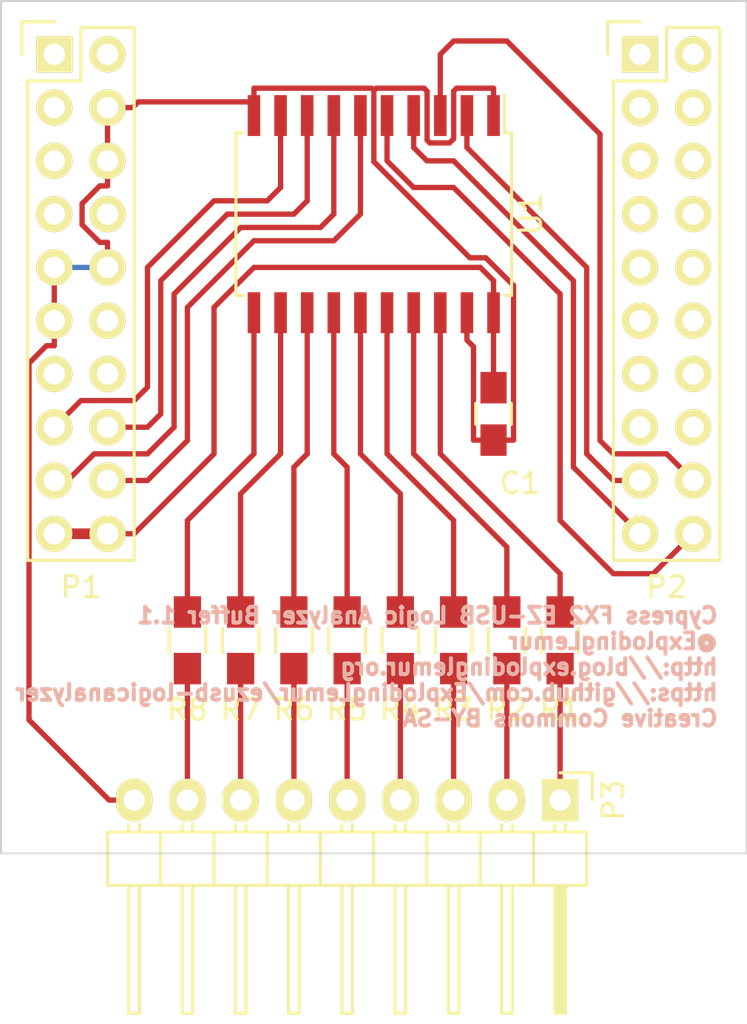
<source format=kicad_pcb>
(kicad_pcb (version 20171130) (host pcbnew "(5.1.12)-1")

  (general
    (thickness 1.6)
    (drawings 5)
    (tracks 152)
    (zones 0)
    (modules 13)
    (nets 52)
  )

  (page A4)
  (layers
    (0 F.Cu signal)
    (31 B.Cu signal)
    (36 B.SilkS user)
    (37 F.SilkS user)
    (38 B.Mask user)
    (39 F.Mask user)
    (44 Edge.Cuts user)
    (45 Margin user)
  )

  (setup
    (last_trace_width 0.254)
    (user_trace_width 0.254)
    (user_trace_width 0.3048)
    (user_trace_width 0.3556)
    (user_trace_width 0.4064)
    (user_trace_width 0.4572)
    (user_trace_width 0.508)
    (user_trace_width 0.635)
    (user_trace_width 0.762)
    (user_trace_width 0.889)
    (user_trace_width 1.016)
    (trace_clearance 0.2032)
    (zone_clearance 0.508)
    (zone_45_only no)
    (trace_min 0.254)
    (via_size 0.635)
    (via_drill 0.3302)
    (via_min_size 0.635)
    (via_min_drill 0.3302)
    (user_via 0.635 0.3302)
    (user_via 0.762 0.4572)
    (uvia_size 0.508)
    (uvia_drill 0.127)
    (uvias_allowed no)
    (uvia_min_size 0.508)
    (uvia_min_drill 0.127)
    (edge_width 0.1)
    (segment_width 0.2)
    (pcb_text_width 0.3)
    (pcb_text_size 1.5 1.5)
    (mod_edge_width 0.15)
    (mod_text_size 1 1)
    (mod_text_width 0.15)
    (pad_size 1.5 1.5)
    (pad_drill 0.6)
    (pad_to_mask_clearance 0)
    (aux_axis_origin 134.62 128.27)
    (visible_elements 7FFFFFFF)
    (pcbplotparams
      (layerselection 0x010f0_80000001)
      (usegerberextensions true)
      (usegerberattributes true)
      (usegerberadvancedattributes true)
      (creategerberjobfile true)
      (excludeedgelayer true)
      (linewidth 0.100000)
      (plotframeref false)
      (viasonmask false)
      (mode 1)
      (useauxorigin false)
      (hpglpennumber 1)
      (hpglpenspeed 20)
      (hpglpendiameter 15.000000)
      (psnegative false)
      (psa4output false)
      (plotreference true)
      (plotvalue true)
      (plotinvisibletext false)
      (padsonsilk false)
      (subtractmaskfromsilk false)
      (outputformat 1)
      (mirror false)
      (drillshape 0)
      (scaleselection 1)
      (outputdirectory "gerb/"))
  )

  (net 0 "")
  (net 1 "Net-(P1-Pad1)")
  (net 2 "Net-(P1-Pad2)")
  (net 3 "Net-(P1-Pad3)")
  (net 4 GND)
  (net 5 "Net-(P1-Pad5)")
  (net 6 "Net-(P1-Pad7)")
  (net 7 "Net-(P1-Pad8)")
  (net 8 "Net-(P1-Pad12)")
  (net 9 "Net-(P1-Pad13)")
  (net 10 "Net-(P1-Pad14)")
  (net 11 /PB0)
  (net 12 /PB1)
  (net 13 /PB2)
  (net 14 /PB3)
  (net 15 VCC)
  (net 16 "Net-(P2-Pad1)")
  (net 17 "Net-(P2-Pad2)")
  (net 18 "Net-(P2-Pad3)")
  (net 19 "Net-(P2-Pad4)")
  (net 20 "Net-(P2-Pad5)")
  (net 21 "Net-(P2-Pad6)")
  (net 22 "Net-(P2-Pad7)")
  (net 23 "Net-(P2-Pad8)")
  (net 24 "Net-(P2-Pad9)")
  (net 25 "Net-(P2-Pad10)")
  (net 26 "Net-(P2-Pad11)")
  (net 27 "Net-(P2-Pad12)")
  (net 28 "Net-(P2-Pad13)")
  (net 29 "Net-(P2-Pad14)")
  (net 30 "Net-(P2-Pad15)")
  (net 31 "Net-(P2-Pad16)")
  (net 32 /PB7)
  (net 33 /PB6)
  (net 34 /PB5)
  (net 35 /PB4)
  (net 36 "Net-(P3-Pad1)")
  (net 37 "Net-(P3-Pad2)")
  (net 38 "Net-(P3-Pad3)")
  (net 39 "Net-(P3-Pad4)")
  (net 40 "Net-(P3-Pad5)")
  (net 41 "Net-(P3-Pad6)")
  (net 42 "Net-(P3-Pad7)")
  (net 43 "Net-(P3-Pad8)")
  (net 44 "Net-(R1-Pad1)")
  (net 45 "Net-(R2-Pad1)")
  (net 46 "Net-(R3-Pad1)")
  (net 47 "Net-(R4-Pad1)")
  (net 48 "Net-(R5-Pad1)")
  (net 49 "Net-(R6-Pad1)")
  (net 50 "Net-(R7-Pad1)")
  (net 51 "Net-(R8-Pad1)")

  (net_class Default "This is the default net class."
    (clearance 0.2032)
    (trace_width 0.254)
    (via_dia 0.635)
    (via_drill 0.3302)
    (uvia_dia 0.508)
    (uvia_drill 0.127)
    (add_net /PB0)
    (add_net /PB1)
    (add_net /PB2)
    (add_net /PB3)
    (add_net /PB4)
    (add_net /PB5)
    (add_net /PB6)
    (add_net /PB7)
    (add_net GND)
    (add_net "Net-(P1-Pad1)")
    (add_net "Net-(P1-Pad12)")
    (add_net "Net-(P1-Pad13)")
    (add_net "Net-(P1-Pad14)")
    (add_net "Net-(P1-Pad2)")
    (add_net "Net-(P1-Pad3)")
    (add_net "Net-(P1-Pad5)")
    (add_net "Net-(P1-Pad7)")
    (add_net "Net-(P1-Pad8)")
    (add_net "Net-(P2-Pad1)")
    (add_net "Net-(P2-Pad10)")
    (add_net "Net-(P2-Pad11)")
    (add_net "Net-(P2-Pad12)")
    (add_net "Net-(P2-Pad13)")
    (add_net "Net-(P2-Pad14)")
    (add_net "Net-(P2-Pad15)")
    (add_net "Net-(P2-Pad16)")
    (add_net "Net-(P2-Pad2)")
    (add_net "Net-(P2-Pad3)")
    (add_net "Net-(P2-Pad4)")
    (add_net "Net-(P2-Pad5)")
    (add_net "Net-(P2-Pad6)")
    (add_net "Net-(P2-Pad7)")
    (add_net "Net-(P2-Pad8)")
    (add_net "Net-(P2-Pad9)")
    (add_net "Net-(P3-Pad1)")
    (add_net "Net-(P3-Pad2)")
    (add_net "Net-(P3-Pad3)")
    (add_net "Net-(P3-Pad4)")
    (add_net "Net-(P3-Pad5)")
    (add_net "Net-(P3-Pad6)")
    (add_net "Net-(P3-Pad7)")
    (add_net "Net-(P3-Pad8)")
    (add_net "Net-(R1-Pad1)")
    (add_net "Net-(R2-Pad1)")
    (add_net "Net-(R3-Pad1)")
    (add_net "Net-(R4-Pad1)")
    (add_net "Net-(R5-Pad1)")
    (add_net "Net-(R6-Pad1)")
    (add_net "Net-(R7-Pad1)")
    (add_net "Net-(R8-Pad1)")
    (add_net VCC)
  )

  (module Pin_Headers:Pin_Header_Straight_2x10 (layer F.Cu) (tedit 55725994) (tstamp 553464AD)
    (at 137.16 90.17)
    (descr "Through hole pin header")
    (tags "pin header")
    (path /551F8B16)
    (fp_text reference P1 (at 1.27 25.4) (layer F.SilkS)
      (effects (font (size 1 1) (thickness 0.15)))
    )
    (fp_text value CONN_02X10 (at 0 -3.1) (layer F.Fab) hide
      (effects (font (size 1 1) (thickness 0.15)))
    )
    (fp_line (start -1.55 -1.55) (end -1.55 0) (layer F.SilkS) (width 0.15))
    (fp_line (start 1.27 1.27) (end -1.27 1.27) (layer F.SilkS) (width 0.15))
    (fp_line (start 1.27 -1.27) (end 1.27 1.27) (layer F.SilkS) (width 0.15))
    (fp_line (start 0 -1.55) (end -1.55 -1.55) (layer F.SilkS) (width 0.15))
    (fp_line (start 3.81 -1.27) (end 1.27 -1.27) (layer F.SilkS) (width 0.15))
    (fp_line (start 3.81 24.13) (end -1.27 24.13) (layer F.SilkS) (width 0.15))
    (fp_line (start -1.27 1.27) (end -1.27 24.13) (layer F.SilkS) (width 0.15))
    (fp_line (start 3.81 24.13) (end 3.81 -1.27) (layer F.SilkS) (width 0.15))
    (fp_line (start -1.75 24.65) (end 4.3 24.65) (layer F.CrtYd) (width 0.05))
    (fp_line (start -1.75 -1.75) (end 4.3 -1.75) (layer F.CrtYd) (width 0.05))
    (fp_line (start 4.3 -1.75) (end 4.3 24.65) (layer F.CrtYd) (width 0.05))
    (fp_line (start -1.75 -1.75) (end -1.75 24.65) (layer F.CrtYd) (width 0.05))
    (pad 1 thru_hole rect (at 0 0) (size 1.7272 1.7272) (drill 1.016) (layers *.Cu *.Mask F.SilkS)
      (net 1 "Net-(P1-Pad1)"))
    (pad 2 thru_hole oval (at 2.54 0) (size 1.7272 1.7272) (drill 1.016) (layers *.Cu *.Mask F.SilkS)
      (net 2 "Net-(P1-Pad2)"))
    (pad 3 thru_hole oval (at 0 2.54) (size 1.7272 1.7272) (drill 1.016) (layers *.Cu *.Mask F.SilkS)
      (net 3 "Net-(P1-Pad3)"))
    (pad 4 thru_hole oval (at 2.54 2.54) (size 1.7272 1.7272) (drill 1.016) (layers *.Cu *.Mask F.SilkS)
      (net 4 GND))
    (pad 5 thru_hole oval (at 0 5.08) (size 1.7272 1.7272) (drill 1.016) (layers *.Cu *.Mask F.SilkS)
      (net 5 "Net-(P1-Pad5)"))
    (pad 6 thru_hole oval (at 2.54 5.08) (size 1.7272 1.7272) (drill 1.016) (layers *.Cu *.Mask F.SilkS)
      (net 4 GND))
    (pad 7 thru_hole oval (at 0 7.62) (size 1.7272 1.7272) (drill 1.016) (layers *.Cu *.Mask F.SilkS)
      (net 6 "Net-(P1-Pad7)"))
    (pad 8 thru_hole oval (at 2.54 7.62) (size 1.7272 1.7272) (drill 1.016) (layers *.Cu *.Mask F.SilkS)
      (net 7 "Net-(P1-Pad8)"))
    (pad 9 thru_hole oval (at 0 10.16) (size 1.7272 1.7272) (drill 1.016) (layers *.Cu *.Mask F.SilkS)
      (net 4 GND))
    (pad 10 thru_hole oval (at 2.54 10.16) (size 1.7272 1.7272) (drill 1.016) (layers *.Cu *.Mask F.SilkS)
      (net 4 GND))
    (pad 11 thru_hole oval (at 0 12.7) (size 1.7272 1.7272) (drill 1.016) (layers *.Cu *.Mask F.SilkS)
      (net 4 GND))
    (pad 12 thru_hole oval (at 2.54 12.7) (size 1.7272 1.7272) (drill 1.016) (layers *.Cu *.Mask F.SilkS)
      (net 8 "Net-(P1-Pad12)"))
    (pad 13 thru_hole oval (at 0 15.24) (size 1.7272 1.7272) (drill 1.016) (layers *.Cu *.Mask F.SilkS)
      (net 9 "Net-(P1-Pad13)"))
    (pad 14 thru_hole oval (at 2.54 15.24) (size 1.7272 1.7272) (drill 1.016) (layers *.Cu *.Mask F.SilkS)
      (net 10 "Net-(P1-Pad14)"))
    (pad 15 thru_hole oval (at 0 17.78) (size 1.7272 1.7272) (drill 1.016) (layers *.Cu *.Mask F.SilkS)
      (net 11 /PB0))
    (pad 16 thru_hole oval (at 2.54 17.78) (size 1.7272 1.7272) (drill 1.016) (layers *.Cu *.Mask F.SilkS)
      (net 12 /PB1))
    (pad 17 thru_hole oval (at 0 20.32) (size 1.7272 1.7272) (drill 1.016) (layers *.Cu *.Mask F.SilkS)
      (net 13 /PB2))
    (pad 18 thru_hole oval (at 2.54 20.32) (size 1.7272 1.7272) (drill 1.016) (layers *.Cu *.Mask F.SilkS)
      (net 14 /PB3))
    (pad 19 thru_hole oval (at 0 22.86) (size 1.7272 1.7272) (drill 1.016) (layers *.Cu *.Mask F.SilkS)
      (net 15 VCC))
    (pad 20 thru_hole oval (at 2.54 22.86) (size 1.7272 1.7272) (drill 1.016) (layers *.Cu *.Mask F.SilkS)
      (net 15 VCC))
    (model Pin_Headers.3dshapes/Pin_Header_Straight_2x10.wrl
      (offset (xyz 1.269999999850988 -11.42999952554703 0))
      (scale (xyz 1 1 1))
      (rotate (xyz 0 0 90))
    )
  )

  (module Pin_Headers:Pin_Header_Straight_2x10 (layer F.Cu) (tedit 55725988) (tstamp 553464D1)
    (at 165.1 90.17)
    (descr "Through hole pin header")
    (tags "pin header")
    (path /551F8BDD)
    (fp_text reference P2 (at 1.27 25.4) (layer F.SilkS)
      (effects (font (size 1 1) (thickness 0.15)))
    )
    (fp_text value CONN_02X10 (at 0 -3.1) (layer F.Fab) hide
      (effects (font (size 1 1) (thickness 0.15)))
    )
    (fp_line (start -1.55 -1.55) (end -1.55 0) (layer F.SilkS) (width 0.15))
    (fp_line (start 1.27 1.27) (end -1.27 1.27) (layer F.SilkS) (width 0.15))
    (fp_line (start 1.27 -1.27) (end 1.27 1.27) (layer F.SilkS) (width 0.15))
    (fp_line (start 0 -1.55) (end -1.55 -1.55) (layer F.SilkS) (width 0.15))
    (fp_line (start 3.81 -1.27) (end 1.27 -1.27) (layer F.SilkS) (width 0.15))
    (fp_line (start 3.81 24.13) (end -1.27 24.13) (layer F.SilkS) (width 0.15))
    (fp_line (start -1.27 1.27) (end -1.27 24.13) (layer F.SilkS) (width 0.15))
    (fp_line (start 3.81 24.13) (end 3.81 -1.27) (layer F.SilkS) (width 0.15))
    (fp_line (start -1.75 24.65) (end 4.3 24.65) (layer F.CrtYd) (width 0.05))
    (fp_line (start -1.75 -1.75) (end 4.3 -1.75) (layer F.CrtYd) (width 0.05))
    (fp_line (start 4.3 -1.75) (end 4.3 24.65) (layer F.CrtYd) (width 0.05))
    (fp_line (start -1.75 -1.75) (end -1.75 24.65) (layer F.CrtYd) (width 0.05))
    (pad 1 thru_hole rect (at 0 0) (size 1.7272 1.7272) (drill 1.016) (layers *.Cu *.Mask F.SilkS)
      (net 16 "Net-(P2-Pad1)"))
    (pad 2 thru_hole oval (at 2.54 0) (size 1.7272 1.7272) (drill 1.016) (layers *.Cu *.Mask F.SilkS)
      (net 17 "Net-(P2-Pad2)"))
    (pad 3 thru_hole oval (at 0 2.54) (size 1.7272 1.7272) (drill 1.016) (layers *.Cu *.Mask F.SilkS)
      (net 18 "Net-(P2-Pad3)"))
    (pad 4 thru_hole oval (at 2.54 2.54) (size 1.7272 1.7272) (drill 1.016) (layers *.Cu *.Mask F.SilkS)
      (net 19 "Net-(P2-Pad4)"))
    (pad 5 thru_hole oval (at 0 5.08) (size 1.7272 1.7272) (drill 1.016) (layers *.Cu *.Mask F.SilkS)
      (net 20 "Net-(P2-Pad5)"))
    (pad 6 thru_hole oval (at 2.54 5.08) (size 1.7272 1.7272) (drill 1.016) (layers *.Cu *.Mask F.SilkS)
      (net 21 "Net-(P2-Pad6)"))
    (pad 7 thru_hole oval (at 0 7.62) (size 1.7272 1.7272) (drill 1.016) (layers *.Cu *.Mask F.SilkS)
      (net 22 "Net-(P2-Pad7)"))
    (pad 8 thru_hole oval (at 2.54 7.62) (size 1.7272 1.7272) (drill 1.016) (layers *.Cu *.Mask F.SilkS)
      (net 23 "Net-(P2-Pad8)"))
    (pad 9 thru_hole oval (at 0 10.16) (size 1.7272 1.7272) (drill 1.016) (layers *.Cu *.Mask F.SilkS)
      (net 24 "Net-(P2-Pad9)"))
    (pad 10 thru_hole oval (at 2.54 10.16) (size 1.7272 1.7272) (drill 1.016) (layers *.Cu *.Mask F.SilkS)
      (net 25 "Net-(P2-Pad10)"))
    (pad 11 thru_hole oval (at 0 12.7) (size 1.7272 1.7272) (drill 1.016) (layers *.Cu *.Mask F.SilkS)
      (net 26 "Net-(P2-Pad11)"))
    (pad 12 thru_hole oval (at 2.54 12.7) (size 1.7272 1.7272) (drill 1.016) (layers *.Cu *.Mask F.SilkS)
      (net 27 "Net-(P2-Pad12)"))
    (pad 13 thru_hole oval (at 0 15.24) (size 1.7272 1.7272) (drill 1.016) (layers *.Cu *.Mask F.SilkS)
      (net 28 "Net-(P2-Pad13)"))
    (pad 14 thru_hole oval (at 2.54 15.24) (size 1.7272 1.7272) (drill 1.016) (layers *.Cu *.Mask F.SilkS)
      (net 29 "Net-(P2-Pad14)"))
    (pad 15 thru_hole oval (at 0 17.78) (size 1.7272 1.7272) (drill 1.016) (layers *.Cu *.Mask F.SilkS)
      (net 30 "Net-(P2-Pad15)"))
    (pad 16 thru_hole oval (at 2.54 17.78) (size 1.7272 1.7272) (drill 1.016) (layers *.Cu *.Mask F.SilkS)
      (net 31 "Net-(P2-Pad16)"))
    (pad 17 thru_hole oval (at 0 20.32) (size 1.7272 1.7272) (drill 1.016) (layers *.Cu *.Mask F.SilkS)
      (net 32 /PB7))
    (pad 18 thru_hole oval (at 2.54 20.32) (size 1.7272 1.7272) (drill 1.016) (layers *.Cu *.Mask F.SilkS)
      (net 33 /PB6))
    (pad 19 thru_hole oval (at 0 22.86) (size 1.7272 1.7272) (drill 1.016) (layers *.Cu *.Mask F.SilkS)
      (net 34 /PB5))
    (pad 20 thru_hole oval (at 2.54 22.86) (size 1.7272 1.7272) (drill 1.016) (layers *.Cu *.Mask F.SilkS)
      (net 35 /PB4))
    (model Pin_Headers.3dshapes/Pin_Header_Straight_2x10.wrl
      (offset (xyz 1.269999999850988 -11.42999952554703 0))
      (scale (xyz 1 1 1))
      (rotate (xyz 0 0 90))
    )
  )

  (module Pin_Headers:Pin_Header_Angled_1x09 (layer F.Cu) (tedit 55725978) (tstamp 5534653A)
    (at 161.29 125.73 270)
    (descr "Through hole pin header")
    (tags "pin header")
    (path /5520DF92)
    (fp_text reference P3 (at 0 -2.54 270) (layer F.SilkS)
      (effects (font (size 1 1) (thickness 0.15)))
    )
    (fp_text value CONN_01X09 (at 0 -3.1 270) (layer F.Fab) hide
      (effects (font (size 1 1) (thickness 0.15)))
    )
    (fp_line (start 1.524 6.35) (end 4.064 6.35) (layer F.SilkS) (width 0.15))
    (fp_line (start 1.524 6.35) (end 1.524 8.89) (layer F.SilkS) (width 0.15))
    (fp_line (start 1.524 8.89) (end 4.064 8.89) (layer F.SilkS) (width 0.15))
    (fp_line (start 4.064 7.366) (end 10.16 7.366) (layer F.SilkS) (width 0.15))
    (fp_line (start 10.16 7.366) (end 10.16 7.874) (layer F.SilkS) (width 0.15))
    (fp_line (start 10.16 7.874) (end 4.064 7.874) (layer F.SilkS) (width 0.15))
    (fp_line (start 4.064 8.89) (end 4.064 6.35) (layer F.SilkS) (width 0.15))
    (fp_line (start 4.064 11.43) (end 4.064 8.89) (layer F.SilkS) (width 0.15))
    (fp_line (start 10.16 10.414) (end 4.064 10.414) (layer F.SilkS) (width 0.15))
    (fp_line (start 10.16 9.906) (end 10.16 10.414) (layer F.SilkS) (width 0.15))
    (fp_line (start 4.064 9.906) (end 10.16 9.906) (layer F.SilkS) (width 0.15))
    (fp_line (start 1.524 11.43) (end 4.064 11.43) (layer F.SilkS) (width 0.15))
    (fp_line (start 1.524 8.89) (end 1.524 11.43) (layer F.SilkS) (width 0.15))
    (fp_line (start 1.524 8.89) (end 4.064 8.89) (layer F.SilkS) (width 0.15))
    (fp_line (start 1.524 13.97) (end 4.064 13.97) (layer F.SilkS) (width 0.15))
    (fp_line (start 1.524 13.97) (end 1.524 16.51) (layer F.SilkS) (width 0.15))
    (fp_line (start 1.524 16.51) (end 4.064 16.51) (layer F.SilkS) (width 0.15))
    (fp_line (start 4.064 14.986) (end 10.16 14.986) (layer F.SilkS) (width 0.15))
    (fp_line (start 10.16 14.986) (end 10.16 15.494) (layer F.SilkS) (width 0.15))
    (fp_line (start 10.16 15.494) (end 4.064 15.494) (layer F.SilkS) (width 0.15))
    (fp_line (start 4.064 16.51) (end 4.064 13.97) (layer F.SilkS) (width 0.15))
    (fp_line (start 4.064 13.97) (end 4.064 11.43) (layer F.SilkS) (width 0.15))
    (fp_line (start 10.16 12.954) (end 4.064 12.954) (layer F.SilkS) (width 0.15))
    (fp_line (start 10.16 12.446) (end 10.16 12.954) (layer F.SilkS) (width 0.15))
    (fp_line (start 4.064 12.446) (end 10.16 12.446) (layer F.SilkS) (width 0.15))
    (fp_line (start 1.524 13.97) (end 4.064 13.97) (layer F.SilkS) (width 0.15))
    (fp_line (start 1.524 11.43) (end 1.524 13.97) (layer F.SilkS) (width 0.15))
    (fp_line (start 1.524 11.43) (end 4.064 11.43) (layer F.SilkS) (width 0.15))
    (fp_line (start 1.524 1.27) (end 4.064 1.27) (layer F.SilkS) (width 0.15))
    (fp_line (start 1.524 1.27) (end 1.524 3.81) (layer F.SilkS) (width 0.15))
    (fp_line (start 1.524 3.81) (end 4.064 3.81) (layer F.SilkS) (width 0.15))
    (fp_line (start 4.064 2.286) (end 10.16 2.286) (layer F.SilkS) (width 0.15))
    (fp_line (start 10.16 2.286) (end 10.16 2.794) (layer F.SilkS) (width 0.15))
    (fp_line (start 10.16 2.794) (end 4.064 2.794) (layer F.SilkS) (width 0.15))
    (fp_line (start 4.064 3.81) (end 4.064 1.27) (layer F.SilkS) (width 0.15))
    (fp_line (start 4.064 6.35) (end 4.064 3.81) (layer F.SilkS) (width 0.15))
    (fp_line (start 10.16 5.334) (end 4.064 5.334) (layer F.SilkS) (width 0.15))
    (fp_line (start 10.16 4.826) (end 10.16 5.334) (layer F.SilkS) (width 0.15))
    (fp_line (start 4.064 4.826) (end 10.16 4.826) (layer F.SilkS) (width 0.15))
    (fp_line (start 1.524 6.35) (end 4.064 6.35) (layer F.SilkS) (width 0.15))
    (fp_line (start 1.524 3.81) (end 1.524 6.35) (layer F.SilkS) (width 0.15))
    (fp_line (start 1.524 3.81) (end 4.064 3.81) (layer F.SilkS) (width 0.15))
    (fp_line (start 1.524 -1.27) (end 4.064 -1.27) (layer F.SilkS) (width 0.15))
    (fp_line (start 1.524 -1.27) (end 1.524 1.27) (layer F.SilkS) (width 0.15))
    (fp_line (start 1.524 1.27) (end 4.064 1.27) (layer F.SilkS) (width 0.15))
    (fp_line (start 4.064 -0.254) (end 10.16 -0.254) (layer F.SilkS) (width 0.15))
    (fp_line (start 10.16 -0.254) (end 10.16 0.254) (layer F.SilkS) (width 0.15))
    (fp_line (start 10.16 0.254) (end 4.064 0.254) (layer F.SilkS) (width 0.15))
    (fp_line (start 4.064 1.27) (end 4.064 -1.27) (layer F.SilkS) (width 0.15))
    (fp_line (start 1.524 21.59) (end 4.064 21.59) (layer F.SilkS) (width 0.15))
    (fp_line (start 1.524 19.05) (end 4.064 19.05) (layer F.SilkS) (width 0.15))
    (fp_line (start 1.524 19.05) (end 1.524 21.59) (layer F.SilkS) (width 0.15))
    (fp_line (start 4.064 20.066) (end 10.16 20.066) (layer F.SilkS) (width 0.15))
    (fp_line (start 10.16 20.066) (end 10.16 20.574) (layer F.SilkS) (width 0.15))
    (fp_line (start 10.16 20.574) (end 4.064 20.574) (layer F.SilkS) (width 0.15))
    (fp_line (start 4.064 21.59) (end 4.064 19.05) (layer F.SilkS) (width 0.15))
    (fp_line (start 4.064 19.05) (end 4.064 16.51) (layer F.SilkS) (width 0.15))
    (fp_line (start 10.16 18.034) (end 4.064 18.034) (layer F.SilkS) (width 0.15))
    (fp_line (start 10.16 17.526) (end 10.16 18.034) (layer F.SilkS) (width 0.15))
    (fp_line (start 4.064 17.526) (end 10.16 17.526) (layer F.SilkS) (width 0.15))
    (fp_line (start 1.524 19.05) (end 4.064 19.05) (layer F.SilkS) (width 0.15))
    (fp_line (start 1.524 16.51) (end 1.524 19.05) (layer F.SilkS) (width 0.15))
    (fp_line (start 1.524 16.51) (end 4.064 16.51) (layer F.SilkS) (width 0.15))
    (fp_line (start 1.524 9.906) (end 1.143 9.906) (layer F.SilkS) (width 0.15))
    (fp_line (start 1.524 10.414) (end 1.143 10.414) (layer F.SilkS) (width 0.15))
    (fp_line (start 1.524 12.446) (end 1.143 12.446) (layer F.SilkS) (width 0.15))
    (fp_line (start 1.524 12.954) (end 1.143 12.954) (layer F.SilkS) (width 0.15))
    (fp_line (start 1.524 14.986) (end 1.143 14.986) (layer F.SilkS) (width 0.15))
    (fp_line (start 1.524 15.494) (end 1.143 15.494) (layer F.SilkS) (width 0.15))
    (fp_line (start 1.524 17.526) (end 1.143 17.526) (layer F.SilkS) (width 0.15))
    (fp_line (start 1.524 18.034) (end 1.143 18.034) (layer F.SilkS) (width 0.15))
    (fp_line (start 1.524 7.874) (end 1.143 7.874) (layer F.SilkS) (width 0.15))
    (fp_line (start 1.524 7.366) (end 1.143 7.366) (layer F.SilkS) (width 0.15))
    (fp_line (start 1.524 5.334) (end 1.143 5.334) (layer F.SilkS) (width 0.15))
    (fp_line (start 1.524 4.826) (end 1.143 4.826) (layer F.SilkS) (width 0.15))
    (fp_line (start 1.524 2.794) (end 1.143 2.794) (layer F.SilkS) (width 0.15))
    (fp_line (start 1.524 2.286) (end 1.143 2.286) (layer F.SilkS) (width 0.15))
    (fp_line (start 1.524 0.254) (end 1.143 0.254) (layer F.SilkS) (width 0.15))
    (fp_line (start 1.524 -0.254) (end 1.143 -0.254) (layer F.SilkS) (width 0.15))
    (fp_line (start 1.524 20.574) (end 1.143 20.574) (layer F.SilkS) (width 0.15))
    (fp_line (start 1.524 20.066) (end 1.143 20.066) (layer F.SilkS) (width 0.15))
    (fp_line (start 4.191 0) (end 10.033 0) (layer F.SilkS) (width 0.15))
    (fp_line (start 4.191 0.127) (end 4.191 0) (layer F.SilkS) (width 0.15))
    (fp_line (start 10.033 0.127) (end 4.191 0.127) (layer F.SilkS) (width 0.15))
    (fp_line (start 10.033 -0.127) (end 10.033 0.127) (layer F.SilkS) (width 0.15))
    (fp_line (start 4.191 -0.127) (end 10.033 -0.127) (layer F.SilkS) (width 0.15))
    (fp_line (start 0 -1.55) (end -1.3 -1.55) (layer F.SilkS) (width 0.15))
    (fp_line (start -1.3 -1.55) (end -1.3 0) (layer F.SilkS) (width 0.15))
    (fp_line (start -1.5 22.1) (end 10.65 22.1) (layer F.CrtYd) (width 0.05))
    (fp_line (start -1.5 -1.75) (end 10.65 -1.75) (layer F.CrtYd) (width 0.05))
    (fp_line (start 10.65 -1.75) (end 10.65 22.1) (layer F.CrtYd) (width 0.05))
    (fp_line (start -1.5 -1.75) (end -1.5 22.1) (layer F.CrtYd) (width 0.05))
    (pad 1 thru_hole rect (at 0 0 270) (size 2.032 1.7272) (drill 1.016) (layers *.Cu *.Mask F.SilkS)
      (net 36 "Net-(P3-Pad1)"))
    (pad 2 thru_hole oval (at 0 2.54 270) (size 2.032 1.7272) (drill 1.016) (layers *.Cu *.Mask F.SilkS)
      (net 37 "Net-(P3-Pad2)"))
    (pad 3 thru_hole oval (at 0 5.08 270) (size 2.032 1.7272) (drill 1.016) (layers *.Cu *.Mask F.SilkS)
      (net 38 "Net-(P3-Pad3)"))
    (pad 4 thru_hole oval (at 0 7.62 270) (size 2.032 1.7272) (drill 1.016) (layers *.Cu *.Mask F.SilkS)
      (net 39 "Net-(P3-Pad4)"))
    (pad 5 thru_hole oval (at 0 10.16 270) (size 2.032 1.7272) (drill 1.016) (layers *.Cu *.Mask F.SilkS)
      (net 40 "Net-(P3-Pad5)"))
    (pad 6 thru_hole oval (at 0 12.7 270) (size 2.032 1.7272) (drill 1.016) (layers *.Cu *.Mask F.SilkS)
      (net 41 "Net-(P3-Pad6)"))
    (pad 7 thru_hole oval (at 0 15.24 270) (size 2.032 1.7272) (drill 1.016) (layers *.Cu *.Mask F.SilkS)
      (net 42 "Net-(P3-Pad7)"))
    (pad 8 thru_hole oval (at 0 17.78 270) (size 2.032 1.7272) (drill 1.016) (layers *.Cu *.Mask F.SilkS)
      (net 43 "Net-(P3-Pad8)"))
    (pad 9 thru_hole oval (at 0 20.32 270) (size 2.032 1.7272) (drill 1.016) (layers *.Cu *.Mask F.SilkS)
      (net 4 GND))
    (model Pin_Headers.3dshapes/Pin_Header_Angled_1x09.wrl
      (offset (xyz 0 -10.1599999988079 0))
      (scale (xyz 1 1 1))
      (rotate (xyz 0 0 90))
    )
  )

  (module Resistors_SMD:R_0805_HandSoldering (layer F.Cu) (tedit 55725A55) (tstamp 5572456C)
    (at 161.29 118.11 270)
    (descr "Resistor SMD 0805, hand soldering")
    (tags "resistor 0805")
    (path /551F8F27)
    (attr smd)
    (fp_text reference R1 (at 3.302 0) (layer F.SilkS)
      (effects (font (size 1 1) (thickness 0.15)))
    )
    (fp_text value 100 (at 0 2.1 270) (layer F.Fab) hide
      (effects (font (size 1 1) (thickness 0.15)))
    )
    (fp_line (start -0.6 -0.875) (end 0.6 -0.875) (layer F.SilkS) (width 0.15))
    (fp_line (start 0.6 0.875) (end -0.6 0.875) (layer F.SilkS) (width 0.15))
    (fp_line (start 2.4 -1) (end 2.4 1) (layer F.CrtYd) (width 0.05))
    (fp_line (start -2.4 -1) (end -2.4 1) (layer F.CrtYd) (width 0.05))
    (fp_line (start -2.4 1) (end 2.4 1) (layer F.CrtYd) (width 0.05))
    (fp_line (start -2.4 -1) (end 2.4 -1) (layer F.CrtYd) (width 0.05))
    (pad 1 smd rect (at -1.35 0 270) (size 1.5 1.3) (layers F.Cu F.Mask)
      (net 44 "Net-(R1-Pad1)"))
    (pad 2 smd rect (at 1.35 0 270) (size 1.5 1.3) (layers F.Cu F.Mask)
      (net 36 "Net-(P3-Pad1)"))
    (model Resistors_SMD.3dshapes/R_0805_HandSoldering.wrl
      (at (xyz 0 0 0))
      (scale (xyz 1 1 1))
      (rotate (xyz 0 0 0))
    )
  )

  (module Resistors_SMD:R_0805_HandSoldering (layer F.Cu) (tedit 55725A4E) (tstamp 55346552)
    (at 158.75 118.11 270)
    (descr "Resistor SMD 0805, hand soldering")
    (tags "resistor 0805")
    (path /551F8F90)
    (attr smd)
    (fp_text reference R2 (at 3.302 0) (layer F.SilkS)
      (effects (font (size 1 1) (thickness 0.15)))
    )
    (fp_text value 100 (at 0 2.1 270) (layer F.Fab) hide
      (effects (font (size 1 1) (thickness 0.15)))
    )
    (fp_line (start -0.6 -0.875) (end 0.6 -0.875) (layer F.SilkS) (width 0.15))
    (fp_line (start 0.6 0.875) (end -0.6 0.875) (layer F.SilkS) (width 0.15))
    (fp_line (start 2.4 -1) (end 2.4 1) (layer F.CrtYd) (width 0.05))
    (fp_line (start -2.4 -1) (end -2.4 1) (layer F.CrtYd) (width 0.05))
    (fp_line (start -2.4 1) (end 2.4 1) (layer F.CrtYd) (width 0.05))
    (fp_line (start -2.4 -1) (end 2.4 -1) (layer F.CrtYd) (width 0.05))
    (pad 1 smd rect (at -1.35 0 270) (size 1.5 1.3) (layers F.Cu F.Mask)
      (net 45 "Net-(R2-Pad1)"))
    (pad 2 smd rect (at 1.35 0 270) (size 1.5 1.3) (layers F.Cu F.Mask)
      (net 37 "Net-(P3-Pad2)"))
    (model Resistors_SMD.3dshapes/R_0805_HandSoldering.wrl
      (at (xyz 0 0 0))
      (scale (xyz 1 1 1))
      (rotate (xyz 0 0 0))
    )
  )

  (module Resistors_SMD:R_0805_HandSoldering (layer F.Cu) (tedit 55725A46) (tstamp 5534655E)
    (at 156.21 118.11 270)
    (descr "Resistor SMD 0805, hand soldering")
    (tags "resistor 0805")
    (path /551F8FE7)
    (attr smd)
    (fp_text reference R3 (at 3.302 0) (layer F.SilkS)
      (effects (font (size 1 1) (thickness 0.15)))
    )
    (fp_text value 100 (at 0 2.1 270) (layer F.Fab) hide
      (effects (font (size 1 1) (thickness 0.15)))
    )
    (fp_line (start -0.6 -0.875) (end 0.6 -0.875) (layer F.SilkS) (width 0.15))
    (fp_line (start 0.6 0.875) (end -0.6 0.875) (layer F.SilkS) (width 0.15))
    (fp_line (start 2.4 -1) (end 2.4 1) (layer F.CrtYd) (width 0.05))
    (fp_line (start -2.4 -1) (end -2.4 1) (layer F.CrtYd) (width 0.05))
    (fp_line (start -2.4 1) (end 2.4 1) (layer F.CrtYd) (width 0.05))
    (fp_line (start -2.4 -1) (end 2.4 -1) (layer F.CrtYd) (width 0.05))
    (pad 1 smd rect (at -1.35 0 270) (size 1.5 1.3) (layers F.Cu F.Mask)
      (net 46 "Net-(R3-Pad1)"))
    (pad 2 smd rect (at 1.35 0 270) (size 1.5 1.3) (layers F.Cu F.Mask)
      (net 38 "Net-(P3-Pad3)"))
    (model Resistors_SMD.3dshapes/R_0805_HandSoldering.wrl
      (at (xyz 0 0 0))
      (scale (xyz 1 1 1))
      (rotate (xyz 0 0 0))
    )
  )

  (module Resistors_SMD:R_0805_HandSoldering (layer F.Cu) (tedit 55725A3E) (tstamp 5534656A)
    (at 153.67 118.11 270)
    (descr "Resistor SMD 0805, hand soldering")
    (tags "resistor 0805")
    (path /551F9032)
    (attr smd)
    (fp_text reference R4 (at 3.302 0) (layer F.SilkS)
      (effects (font (size 1 1) (thickness 0.15)))
    )
    (fp_text value 100 (at 0 2.1 270) (layer F.Fab) hide
      (effects (font (size 1 1) (thickness 0.15)))
    )
    (fp_line (start -0.6 -0.875) (end 0.6 -0.875) (layer F.SilkS) (width 0.15))
    (fp_line (start 0.6 0.875) (end -0.6 0.875) (layer F.SilkS) (width 0.15))
    (fp_line (start 2.4 -1) (end 2.4 1) (layer F.CrtYd) (width 0.05))
    (fp_line (start -2.4 -1) (end -2.4 1) (layer F.CrtYd) (width 0.05))
    (fp_line (start -2.4 1) (end 2.4 1) (layer F.CrtYd) (width 0.05))
    (fp_line (start -2.4 -1) (end 2.4 -1) (layer F.CrtYd) (width 0.05))
    (pad 1 smd rect (at -1.35 0 270) (size 1.5 1.3) (layers F.Cu F.Mask)
      (net 47 "Net-(R4-Pad1)"))
    (pad 2 smd rect (at 1.35 0 270) (size 1.5 1.3) (layers F.Cu F.Mask)
      (net 39 "Net-(P3-Pad4)"))
    (model Resistors_SMD.3dshapes/R_0805_HandSoldering.wrl
      (at (xyz 0 0 0))
      (scale (xyz 1 1 1))
      (rotate (xyz 0 0 0))
    )
  )

  (module Resistors_SMD:R_0805_HandSoldering (layer F.Cu) (tedit 55725A36) (tstamp 55346576)
    (at 151.13 118.11 270)
    (descr "Resistor SMD 0805, hand soldering")
    (tags "resistor 0805")
    (path /551F9077)
    (attr smd)
    (fp_text reference R5 (at 3.302 0) (layer F.SilkS)
      (effects (font (size 1 1) (thickness 0.15)))
    )
    (fp_text value 100 (at 0 2.1 270) (layer F.Fab) hide
      (effects (font (size 1 1) (thickness 0.15)))
    )
    (fp_line (start -0.6 -0.875) (end 0.6 -0.875) (layer F.SilkS) (width 0.15))
    (fp_line (start 0.6 0.875) (end -0.6 0.875) (layer F.SilkS) (width 0.15))
    (fp_line (start 2.4 -1) (end 2.4 1) (layer F.CrtYd) (width 0.05))
    (fp_line (start -2.4 -1) (end -2.4 1) (layer F.CrtYd) (width 0.05))
    (fp_line (start -2.4 1) (end 2.4 1) (layer F.CrtYd) (width 0.05))
    (fp_line (start -2.4 -1) (end 2.4 -1) (layer F.CrtYd) (width 0.05))
    (pad 1 smd rect (at -1.35 0 270) (size 1.5 1.3) (layers F.Cu F.Mask)
      (net 48 "Net-(R5-Pad1)"))
    (pad 2 smd rect (at 1.35 0 270) (size 1.5 1.3) (layers F.Cu F.Mask)
      (net 40 "Net-(P3-Pad5)"))
    (model Resistors_SMD.3dshapes/R_0805_HandSoldering.wrl
      (at (xyz 0 0 0))
      (scale (xyz 1 1 1))
      (rotate (xyz 0 0 0))
    )
  )

  (module Resistors_SMD:R_0805_HandSoldering (layer F.Cu) (tedit 55725A2A) (tstamp 55346582)
    (at 148.59 118.11 270)
    (descr "Resistor SMD 0805, hand soldering")
    (tags "resistor 0805")
    (path /551F90CA)
    (attr smd)
    (fp_text reference R6 (at 3.302 0) (layer F.SilkS)
      (effects (font (size 1 1) (thickness 0.15)))
    )
    (fp_text value 100 (at 0 2.1 270) (layer F.Fab) hide
      (effects (font (size 1 1) (thickness 0.15)))
    )
    (fp_line (start -0.6 -0.875) (end 0.6 -0.875) (layer F.SilkS) (width 0.15))
    (fp_line (start 0.6 0.875) (end -0.6 0.875) (layer F.SilkS) (width 0.15))
    (fp_line (start 2.4 -1) (end 2.4 1) (layer F.CrtYd) (width 0.05))
    (fp_line (start -2.4 -1) (end -2.4 1) (layer F.CrtYd) (width 0.05))
    (fp_line (start -2.4 1) (end 2.4 1) (layer F.CrtYd) (width 0.05))
    (fp_line (start -2.4 -1) (end 2.4 -1) (layer F.CrtYd) (width 0.05))
    (pad 1 smd rect (at -1.35 0 270) (size 1.5 1.3) (layers F.Cu F.Mask)
      (net 49 "Net-(R6-Pad1)"))
    (pad 2 smd rect (at 1.35 0 270) (size 1.5 1.3) (layers F.Cu F.Mask)
      (net 41 "Net-(P3-Pad6)"))
    (model Resistors_SMD.3dshapes/R_0805_HandSoldering.wrl
      (at (xyz 0 0 0))
      (scale (xyz 1 1 1))
      (rotate (xyz 0 0 0))
    )
  )

  (module Resistors_SMD:R_0805_HandSoldering (layer F.Cu) (tedit 55725A1E) (tstamp 5534658E)
    (at 146.05 118.11 270)
    (descr "Resistor SMD 0805, hand soldering")
    (tags "resistor 0805")
    (path /551F9117)
    (attr smd)
    (fp_text reference R7 (at 3.302 0) (layer F.SilkS)
      (effects (font (size 1 1) (thickness 0.15)))
    )
    (fp_text value 100 (at 0 2.1 270) (layer F.Fab) hide
      (effects (font (size 1 1) (thickness 0.15)))
    )
    (fp_line (start -0.6 -0.875) (end 0.6 -0.875) (layer F.SilkS) (width 0.15))
    (fp_line (start 0.6 0.875) (end -0.6 0.875) (layer F.SilkS) (width 0.15))
    (fp_line (start 2.4 -1) (end 2.4 1) (layer F.CrtYd) (width 0.05))
    (fp_line (start -2.4 -1) (end -2.4 1) (layer F.CrtYd) (width 0.05))
    (fp_line (start -2.4 1) (end 2.4 1) (layer F.CrtYd) (width 0.05))
    (fp_line (start -2.4 -1) (end 2.4 -1) (layer F.CrtYd) (width 0.05))
    (pad 1 smd rect (at -1.35 0 270) (size 1.5 1.3) (layers F.Cu F.Mask)
      (net 50 "Net-(R7-Pad1)"))
    (pad 2 smd rect (at 1.35 0 270) (size 1.5 1.3) (layers F.Cu F.Mask)
      (net 42 "Net-(P3-Pad7)"))
    (model Resistors_SMD.3dshapes/R_0805_HandSoldering.wrl
      (at (xyz 0 0 0))
      (scale (xyz 1 1 1))
      (rotate (xyz 0 0 0))
    )
  )

  (module Resistors_SMD:R_0805_HandSoldering (layer F.Cu) (tedit 55725A11) (tstamp 5534659A)
    (at 143.51 118.11 270)
    (descr "Resistor SMD 0805, hand soldering")
    (tags "resistor 0805")
    (path /551F8ED0)
    (attr smd)
    (fp_text reference R8 (at 3.302 0) (layer F.SilkS)
      (effects (font (size 1 1) (thickness 0.15)))
    )
    (fp_text value 100 (at 0 2.1 270) (layer F.Fab) hide
      (effects (font (size 1 1) (thickness 0.15)))
    )
    (fp_line (start -0.6 -0.875) (end 0.6 -0.875) (layer F.SilkS) (width 0.15))
    (fp_line (start 0.6 0.875) (end -0.6 0.875) (layer F.SilkS) (width 0.15))
    (fp_line (start 2.4 -1) (end 2.4 1) (layer F.CrtYd) (width 0.05))
    (fp_line (start -2.4 -1) (end -2.4 1) (layer F.CrtYd) (width 0.05))
    (fp_line (start -2.4 1) (end 2.4 1) (layer F.CrtYd) (width 0.05))
    (fp_line (start -2.4 -1) (end 2.4 -1) (layer F.CrtYd) (width 0.05))
    (pad 1 smd rect (at -1.35 0 270) (size 1.5 1.3) (layers F.Cu F.Mask)
      (net 51 "Net-(R8-Pad1)"))
    (pad 2 smd rect (at 1.35 0 270) (size 1.5 1.3) (layers F.Cu F.Mask)
      (net 43 "Net-(P3-Pad8)"))
    (model Resistors_SMD.3dshapes/R_0805_HandSoldering.wrl
      (at (xyz 0 0 0))
      (scale (xyz 1 1 1))
      (rotate (xyz 0 0 0))
    )
  )

  (module Housings_SOIC:SOIC-20_7.5x12.8mm_Pitch1.27mm (layer F.Cu) (tedit 54130A77) (tstamp 5)
    (at 152.4 97.79 270)
    (descr "20-Lead Plastic Small Outline (SO) - Wide, 7.50 mm Body [SOIC] (see Microchip Packaging Specification 00000049BS.pdf)")
    (tags "SOIC 1.27")
    (path /5520CCBF)
    (attr smd)
    (fp_text reference U1 (at 0 -7.5 270) (layer F.SilkS)
      (effects (font (size 1 1) (thickness 0.15)))
    )
    (fp_text value 74LCX245 (at 0 7.5 270) (layer F.Fab)
      (effects (font (size 1 1) (thickness 0.15)))
    )
    (fp_line (start -3.875 -6.24) (end -5.675 -6.24) (layer F.SilkS) (width 0.15))
    (fp_line (start -3.875 6.575) (end 3.875 6.575) (layer F.SilkS) (width 0.15))
    (fp_line (start -3.875 -6.575) (end 3.875 -6.575) (layer F.SilkS) (width 0.15))
    (fp_line (start -3.875 6.575) (end -3.875 6.24) (layer F.SilkS) (width 0.15))
    (fp_line (start 3.875 6.575) (end 3.875 6.24) (layer F.SilkS) (width 0.15))
    (fp_line (start 3.875 -6.575) (end 3.875 -6.24) (layer F.SilkS) (width 0.15))
    (fp_line (start -3.875 -6.575) (end -3.875 -6.24) (layer F.SilkS) (width 0.15))
    (fp_line (start -5.95 6.75) (end 5.95 6.75) (layer F.CrtYd) (width 0.05))
    (fp_line (start -5.95 -6.75) (end 5.95 -6.75) (layer F.CrtYd) (width 0.05))
    (fp_line (start 5.95 -6.75) (end 5.95 6.75) (layer F.CrtYd) (width 0.05))
    (fp_line (start -5.95 -6.75) (end -5.95 6.75) (layer F.CrtYd) (width 0.05))
    (pad 1 smd rect (at -4.7 -5.715 270) (size 1.95 0.6) (layers F.Cu F.Mask)
      (net 4 GND))
    (pad 2 smd rect (at -4.7 -4.445 270) (size 1.95 0.6) (layers F.Cu F.Mask)
      (net 32 /PB7))
    (pad 3 smd rect (at -4.7 -3.175 270) (size 1.95 0.6) (layers F.Cu F.Mask)
      (net 33 /PB6))
    (pad 4 smd rect (at -4.7 -1.905 270) (size 1.95 0.6) (layers F.Cu F.Mask)
      (net 34 /PB5))
    (pad 5 smd rect (at -4.7 -0.635 270) (size 1.95 0.6) (layers F.Cu F.Mask)
      (net 35 /PB4))
    (pad 6 smd rect (at -4.7 0.635 270) (size 1.95 0.6) (layers F.Cu F.Mask)
      (net 14 /PB3))
    (pad 7 smd rect (at -4.7 1.905 270) (size 1.95 0.6) (layers F.Cu F.Mask)
      (net 13 /PB2))
    (pad 8 smd rect (at -4.7 3.175 270) (size 1.95 0.6) (layers F.Cu F.Mask)
      (net 12 /PB1))
    (pad 9 smd rect (at -4.7 4.445 270) (size 1.95 0.6) (layers F.Cu F.Mask)
      (net 11 /PB0))
    (pad 10 smd rect (at -4.7 5.715 270) (size 1.95 0.6) (layers F.Cu F.Mask)
      (net 4 GND))
    (pad 11 smd rect (at 4.7 5.715 270) (size 1.95 0.6) (layers F.Cu F.Mask)
      (net 51 "Net-(R8-Pad1)"))
    (pad 12 smd rect (at 4.7 4.445 270) (size 1.95 0.6) (layers F.Cu F.Mask)
      (net 50 "Net-(R7-Pad1)"))
    (pad 13 smd rect (at 4.7 3.175 270) (size 1.95 0.6) (layers F.Cu F.Mask)
      (net 49 "Net-(R6-Pad1)"))
    (pad 14 smd rect (at 4.7 1.905 270) (size 1.95 0.6) (layers F.Cu F.Mask)
      (net 48 "Net-(R5-Pad1)"))
    (pad 15 smd rect (at 4.7 0.635 270) (size 1.95 0.6) (layers F.Cu F.Mask)
      (net 47 "Net-(R4-Pad1)"))
    (pad 16 smd rect (at 4.7 -0.635 270) (size 1.95 0.6) (layers F.Cu F.Mask)
      (net 46 "Net-(R3-Pad1)"))
    (pad 17 smd rect (at 4.7 -1.905 270) (size 1.95 0.6) (layers F.Cu F.Mask)
      (net 45 "Net-(R2-Pad1)"))
    (pad 18 smd rect (at 4.7 -3.175 270) (size 1.95 0.6) (layers F.Cu F.Mask)
      (net 44 "Net-(R1-Pad1)"))
    (pad 19 smd rect (at 4.7 -4.445 270) (size 1.95 0.6) (layers F.Cu F.Mask)
      (net 4 GND))
    (pad 20 smd rect (at 4.7 -5.715 270) (size 1.95 0.6) (layers F.Cu F.Mask)
      (net 15 VCC))
    (model Housings_SOIC.3dshapes/SOIC-20_7.5x12.8mm_Pitch1.27mm.wrl
      (at (xyz 0 0 0))
      (scale (xyz 1 1 1))
      (rotate (xyz 0 0 0))
    )
  )

  (module Capacitors_SMD:C_0805_HandSoldering (layer F.Cu) (tedit 557293F5) (tstamp 5572934E)
    (at 158.115 107.315 270)
    (descr "Capacitor SMD 0805, hand soldering")
    (tags "capacitor 0805")
    (path /5572932A)
    (attr smd)
    (fp_text reference C1 (at 3.302 -1.27) (layer F.SilkS)
      (effects (font (size 1 1) (thickness 0.15)))
    )
    (fp_text value .1uF (at 0 2.1 270) (layer F.Fab) hide
      (effects (font (size 1 1) (thickness 0.15)))
    )
    (fp_line (start -0.5 0.85) (end 0.5 0.85) (layer F.SilkS) (width 0.15))
    (fp_line (start 0.5 -0.85) (end -0.5 -0.85) (layer F.SilkS) (width 0.15))
    (fp_line (start 2.3 -1) (end 2.3 1) (layer F.CrtYd) (width 0.05))
    (fp_line (start -2.3 -1) (end -2.3 1) (layer F.CrtYd) (width 0.05))
    (fp_line (start -2.3 1) (end 2.3 1) (layer F.CrtYd) (width 0.05))
    (fp_line (start -2.3 -1) (end 2.3 -1) (layer F.CrtYd) (width 0.05))
    (pad 1 smd rect (at -1.25 0 270) (size 1.5 1.25) (layers F.Cu F.Mask)
      (net 15 VCC))
    (pad 2 smd rect (at 1.25 0 270) (size 1.5 1.25) (layers F.Cu F.Mask)
      (net 4 GND))
    (model Capacitors_SMD.3dshapes/C_0805_HandSoldering.wrl
      (at (xyz 0 0 0))
      (scale (xyz 1 1 1))
      (rotate (xyz 0 0 0))
    )
  )

  (gr_text "Cypress FX2 EZ-USB Logic Analyzer Buffer 1.1\n@ExplodingLemur\nhttp://blog.explodinglemur.org\nhttps://github.com/ExplodingLemur/ezusb-logicanalyzer\nCreative Commons BY-SA" (at 168.91 119.38) (layer B.SilkS)
    (effects (font (size 0.762 0.762) (thickness 0.1905)) (justify left mirror))
  )
  (gr_line (start 170.18 87.63) (end 134.62 87.63) (angle 90) (layer Edge.Cuts) (width 0.1))
  (gr_line (start 170.18 128.27) (end 170.18 87.63) (angle 90) (layer Edge.Cuts) (width 0.1))
  (gr_line (start 134.62 128.27) (end 170.18 128.27) (angle 90) (layer Edge.Cuts) (width 0.1))
  (gr_line (start 134.62 87.63) (end 134.62 128.27) (angle 90) (layer Edge.Cuts) (width 0.1))

  (segment (start 139.7 95.25) (end 139.7 92.71) (width 0.254) (layer F.Cu) (net 4))
  (segment (start 139.7 95.8469) (end 139.7 95.25) (width 0.254) (layer F.Cu) (net 4))
  (segment (start 139.7 95.8469) (end 139.7 96.4439) (width 0.254) (layer F.Cu) (net 4))
  (segment (start 139.7 100.33) (end 139.7 99.1361) (width 0.254) (layer F.Cu) (net 4))
  (segment (start 139.7 99.1361) (end 139.3269 99.1361) (width 0.254) (layer F.Cu) (net 4))
  (segment (start 139.3269 99.1361) (end 138.4861 98.2953) (width 0.254) (layer F.Cu) (net 4))
  (segment (start 138.4861 98.2953) (end 138.4861 97.2868) (width 0.254) (layer F.Cu) (net 4))
  (segment (start 138.4861 97.2868) (end 139.329 96.4439) (width 0.254) (layer F.Cu) (net 4))
  (segment (start 139.329 96.4439) (end 139.7 96.4439) (width 0.254) (layer F.Cu) (net 4))
  (segment (start 139.7 100.33) (end 137.16 100.33) (width 0.254) (layer B.Cu) (net 4))
  (segment (start 137.16 102.87) (end 137.16 100.33) (width 0.254) (layer F.Cu) (net 4))
  (segment (start 137.16 103.4575) (end 137.16 102.87) (width 0.254) (layer F.Cu) (net 4))
  (segment (start 137.16 103.4575) (end 137.16 104.0639) (width 0.254) (layer F.Cu) (net 4))
  (segment (start 140.97 125.73) (end 139.7761 125.73) (width 0.254) (layer F.Cu) (net 4))
  (segment (start 139.7761 125.73) (end 135.9538 121.9077) (width 0.254) (layer F.Cu) (net 4))
  (segment (start 135.9538 121.9077) (end 135.9538 104.8991) (width 0.254) (layer F.Cu) (net 4))
  (segment (start 135.9538 104.8991) (end 136.789 104.0639) (width 0.254) (layer F.Cu) (net 4))
  (segment (start 136.789 104.0639) (end 137.16 104.0639) (width 0.254) (layer F.Cu) (net 4))
  (segment (start 152.4046 91.8941) (end 152.2952 91.7847) (width 0.254) (layer F.Cu) (net 4))
  (segment (start 152.2952 91.7847) (end 146.685 91.7847) (width 0.254) (layer F.Cu) (net 4))
  (segment (start 159.0703 108.565) (end 159.0703 101.1964) (width 0.254) (layer F.Cu) (net 4))
  (segment (start 159.0703 101.1964) (end 157.7465 99.8726) (width 0.254) (layer F.Cu) (net 4))
  (segment (start 157.7465 99.8726) (end 156.9886 99.8726) (width 0.254) (layer F.Cu) (net 4))
  (segment (start 156.9886 99.8726) (end 152.4046 95.2886) (width 0.254) (layer F.Cu) (net 4))
  (segment (start 152.4046 95.2886) (end 152.4046 91.8941) (width 0.254) (layer F.Cu) (net 4))
  (segment (start 158.115 91.7847) (end 156.3501 91.7847) (width 0.254) (layer F.Cu) (net 4))
  (segment (start 156.3501 91.7847) (end 156.2146 91.9202) (width 0.254) (layer F.Cu) (net 4))
  (segment (start 156.2146 91.9202) (end 156.2146 94.1941) (width 0.254) (layer F.Cu) (net 4))
  (segment (start 156.2146 94.1941) (end 156.0133 94.3954) (width 0.254) (layer F.Cu) (net 4))
  (segment (start 156.0133 94.3954) (end 155.0782 94.3954) (width 0.254) (layer F.Cu) (net 4))
  (segment (start 155.0782 94.3954) (end 154.9446 94.2618) (width 0.254) (layer F.Cu) (net 4))
  (segment (start 154.9446 94.2618) (end 154.9446 91.929) (width 0.254) (layer F.Cu) (net 4))
  (segment (start 154.9446 91.929) (end 154.8002 91.7846) (width 0.254) (layer F.Cu) (net 4))
  (segment (start 154.8002 91.7846) (end 152.5141 91.7846) (width 0.254) (layer F.Cu) (net 4))
  (segment (start 152.5141 91.7846) (end 152.4046 91.8941) (width 0.254) (layer F.Cu) (net 4))
  (segment (start 158.115 93.09) (end 158.115 91.7847) (width 0.254) (layer F.Cu) (net 4))
  (segment (start 139.7 92.71) (end 140.8939 92.71) (width 0.254) (layer F.Cu) (net 4))
  (segment (start 146.685 92.4373) (end 141.1666 92.4373) (width 0.254) (layer F.Cu) (net 4))
  (segment (start 141.1666 92.4373) (end 140.8939 92.71) (width 0.254) (layer F.Cu) (net 4))
  (segment (start 146.685 92.4373) (end 146.685 91.7847) (width 0.254) (layer F.Cu) (net 4))
  (segment (start 146.685 93.09) (end 146.685 92.4373) (width 0.254) (layer F.Cu) (net 4))
  (segment (start 158.115 108.565) (end 159.0703 108.565) (width 0.254) (layer F.Cu) (net 4))
  (segment (start 157.6374 108.565) (end 158.115 108.565) (width 0.254) (layer F.Cu) (net 4))
  (segment (start 157.6374 108.565) (end 157.1597 108.565) (width 0.254) (layer F.Cu) (net 4))
  (segment (start 156.845 102.49) (end 156.845 103.7953) (width 0.254) (layer F.Cu) (net 4))
  (segment (start 157.1597 108.565) (end 157.1597 104.11) (width 0.254) (layer F.Cu) (net 4))
  (segment (start 157.1597 104.11) (end 156.845 103.7953) (width 0.254) (layer F.Cu) (net 4))
  (segment (start 137.16 107.95) (end 138.43 106.68) (width 0.254) (layer F.Cu) (net 11))
  (segment (start 138.43 106.68) (end 140.97 106.68) (width 0.254) (layer F.Cu) (net 11))
  (segment (start 140.97 106.68) (end 141.605 106.045) (width 0.254) (layer F.Cu) (net 11))
  (segment (start 141.605 106.045) (end 141.605 100.33) (width 0.254) (layer F.Cu) (net 11))
  (segment (start 141.605 100.33) (end 144.78 97.155) (width 0.254) (layer F.Cu) (net 11))
  (segment (start 144.78 97.155) (end 147.32 97.155) (width 0.254) (layer F.Cu) (net 11))
  (segment (start 147.32 97.155) (end 147.955 96.52) (width 0.254) (layer F.Cu) (net 11))
  (segment (start 147.955 96.52) (end 147.955 93.09) (width 0.254) (layer F.Cu) (net 11))
  (segment (start 139.7 107.95) (end 140.335 107.95) (width 0.254) (layer F.Cu) (net 12))
  (segment (start 149.225 93.98) (end 149.225 93.09) (width 0.254) (layer F.Cu) (net 12))
  (segment (start 149.225 93.98) (end 149.225 93.09) (width 0.254) (layer F.Cu) (net 12))
  (segment (start 139.7 107.95) (end 140.335 107.95) (width 0.254) (layer F.Cu) (net 12))
  (segment (start 140.335 107.95) (end 141.605 107.95) (width 0.254) (layer F.Cu) (net 12))
  (segment (start 141.605 107.95) (end 142.24 107.315) (width 0.254) (layer F.Cu) (net 12))
  (segment (start 142.24 107.315) (end 142.24 100.965) (width 0.254) (layer F.Cu) (net 12))
  (segment (start 142.24 100.965) (end 145.415 97.79) (width 0.254) (layer F.Cu) (net 12))
  (segment (start 145.415 97.79) (end 148.59 97.79) (width 0.254) (layer F.Cu) (net 12))
  (segment (start 148.59 97.79) (end 149.225 97.155) (width 0.254) (layer F.Cu) (net 12))
  (segment (start 149.225 97.155) (end 149.225 93.98) (width 0.254) (layer F.Cu) (net 12))
  (segment (start 137.16 110.49) (end 137.795 110.49) (width 0.254) (layer F.Cu) (net 13))
  (segment (start 137.795 110.49) (end 139.065 109.22) (width 0.254) (layer F.Cu) (net 13))
  (segment (start 139.065 109.22) (end 141.605 109.22) (width 0.254) (layer F.Cu) (net 13))
  (segment (start 141.605 109.22) (end 142.875 107.95) (width 0.254) (layer F.Cu) (net 13))
  (segment (start 142.875 107.95) (end 142.875 101.6) (width 0.254) (layer F.Cu) (net 13))
  (segment (start 142.875 101.6) (end 146.05 98.425) (width 0.254) (layer F.Cu) (net 13))
  (segment (start 146.05 98.425) (end 149.86 98.425) (width 0.254) (layer F.Cu) (net 13))
  (segment (start 149.86 98.425) (end 150.495 97.79) (width 0.254) (layer F.Cu) (net 13))
  (segment (start 150.495 97.79) (end 150.495 93.09) (width 0.254) (layer F.Cu) (net 13))
  (segment (start 139.7 110.49) (end 141.605 110.49) (width 0.254) (layer F.Cu) (net 14))
  (segment (start 141.605 110.49) (end 143.51 108.585) (width 0.254) (layer F.Cu) (net 14))
  (segment (start 143.51 108.585) (end 143.51 102.235) (width 0.254) (layer F.Cu) (net 14))
  (segment (start 143.51 102.235) (end 146.685 99.06) (width 0.254) (layer F.Cu) (net 14))
  (segment (start 146.685 99.06) (end 150.495 99.06) (width 0.254) (layer F.Cu) (net 14))
  (segment (start 150.495 99.06) (end 151.765 97.79) (width 0.254) (layer F.Cu) (net 14))
  (segment (start 151.765 97.79) (end 151.765 93.09) (width 0.254) (layer F.Cu) (net 14))
  (segment (start 158.115 102.49) (end 158.115 100.965) (width 0.254) (layer F.Cu) (net 15))
  (segment (start 158.115 100.965) (end 157.48 100.33) (width 0.254) (layer F.Cu) (net 15))
  (segment (start 157.48 100.33) (end 146.685 100.33) (width 0.254) (layer F.Cu) (net 15))
  (segment (start 146.685 100.33) (end 144.78 102.235) (width 0.254) (layer F.Cu) (net 15))
  (segment (start 144.78 102.235) (end 144.78 109.22) (width 0.254) (layer F.Cu) (net 15))
  (segment (start 144.78 109.22) (end 140.97 113.03) (width 0.254) (layer F.Cu) (net 15))
  (segment (start 140.97 113.03) (end 139.7 113.03) (width 0.254) (layer F.Cu) (net 15))
  (segment (start 158.115 102.49) (end 158.115 106.065) (width 0.254) (layer F.Cu) (net 15))
  (segment (start 137.16 113.03) (end 139.7 113.03) (width 0.508) (layer F.Cu) (net 15))
  (segment (start 156.845 93.98) (end 156.845 93.09) (width 0.254) (layer F.Cu) (net 32))
  (segment (start 165.1 110.49) (end 163.83 110.49) (width 0.254) (layer F.Cu) (net 32))
  (segment (start 163.83 110.49) (end 162.56 109.22) (width 0.254) (layer F.Cu) (net 32))
  (segment (start 162.56 109.22) (end 162.56 100.33) (width 0.254) (layer F.Cu) (net 32))
  (segment (start 162.56 100.33) (end 156.845 94.615) (width 0.254) (layer F.Cu) (net 32))
  (segment (start 156.845 94.615) (end 156.845 93.98) (width 0.254) (layer F.Cu) (net 32))
  (segment (start 156.845 93.98) (end 156.845 93.09) (width 0.254) (layer F.Cu) (net 32))
  (segment (start 167.64 110.49) (end 166.37 109.22) (width 0.254) (layer F.Cu) (net 33))
  (segment (start 166.37 109.22) (end 163.83 109.22) (width 0.254) (layer F.Cu) (net 33))
  (segment (start 163.83 109.22) (end 163.195 108.585) (width 0.254) (layer F.Cu) (net 33))
  (segment (start 163.195 108.585) (end 163.195 93.98) (width 0.254) (layer F.Cu) (net 33))
  (segment (start 163.195 93.98) (end 158.75 89.535) (width 0.254) (layer F.Cu) (net 33))
  (segment (start 158.75 89.535) (end 156.21 89.535) (width 0.254) (layer F.Cu) (net 33))
  (segment (start 156.21 89.535) (end 155.575 90.17) (width 0.254) (layer F.Cu) (net 33))
  (segment (start 155.575 90.17) (end 155.575 93.09) (width 0.254) (layer F.Cu) (net 33))
  (segment (start 165.1 113.03) (end 161.925 109.855) (width 0.254) (layer F.Cu) (net 34))
  (segment (start 161.925 109.855) (end 161.925 100.965) (width 0.254) (layer F.Cu) (net 34))
  (segment (start 161.925 100.965) (end 156.21 95.25) (width 0.254) (layer F.Cu) (net 34))
  (segment (start 156.21 95.25) (end 154.94 95.25) (width 0.254) (layer F.Cu) (net 34))
  (segment (start 154.94 95.25) (end 154.305 94.615) (width 0.254) (layer F.Cu) (net 34))
  (segment (start 154.305 94.615) (end 154.305 93.09) (width 0.254) (layer F.Cu) (net 34))
  (segment (start 167.64 113.03) (end 165.735 114.935) (width 0.254) (layer F.Cu) (net 35))
  (segment (start 165.735 114.935) (end 163.83 114.935) (width 0.254) (layer F.Cu) (net 35))
  (segment (start 163.83 114.935) (end 161.29 112.395) (width 0.254) (layer F.Cu) (net 35))
  (segment (start 161.29 112.395) (end 161.29 101.6) (width 0.254) (layer F.Cu) (net 35))
  (segment (start 161.29 101.6) (end 156.21 96.52) (width 0.254) (layer F.Cu) (net 35))
  (segment (start 156.21 96.52) (end 154.305 96.52) (width 0.254) (layer F.Cu) (net 35))
  (segment (start 154.305 96.52) (end 153.035 95.25) (width 0.254) (layer F.Cu) (net 35))
  (segment (start 153.035 95.25) (end 153.035 93.09) (width 0.254) (layer F.Cu) (net 35))
  (segment (start 161.29 119.46) (end 161.29 125.73) (width 0.254) (layer F.Cu) (net 36))
  (segment (start 158.75 119.46) (end 158.75 125.73) (width 0.254) (layer F.Cu) (net 37))
  (segment (start 156.21 119.46) (end 156.21 125.73) (width 0.254) (layer F.Cu) (net 38))
  (segment (start 153.67 119.46) (end 153.67 125.73) (width 0.254) (layer F.Cu) (net 39))
  (segment (start 151.13 119.46) (end 151.13 125.73) (width 0.254) (layer F.Cu) (net 40))
  (segment (start 148.59 119.46) (end 148.59 125.73) (width 0.254) (layer F.Cu) (net 41))
  (segment (start 146.05 119.46) (end 146.05 125.73) (width 0.254) (layer F.Cu) (net 42))
  (segment (start 143.51 119.46) (end 143.51 125.73) (width 0.254) (layer F.Cu) (net 43))
  (segment (start 155.575 102.49) (end 155.575 109.22) (width 0.254) (layer F.Cu) (net 44))
  (segment (start 155.575 109.22) (end 161.29 114.935) (width 0.254) (layer F.Cu) (net 44))
  (segment (start 161.29 114.935) (end 161.29 116.76) (width 0.254) (layer F.Cu) (net 44))
  (segment (start 154.305 102.49) (end 154.305 109.22) (width 0.254) (layer F.Cu) (net 45))
  (segment (start 154.305 109.22) (end 158.75 113.665) (width 0.254) (layer F.Cu) (net 45))
  (segment (start 158.75 113.665) (end 158.75 116.76) (width 0.254) (layer F.Cu) (net 45))
  (segment (start 153.035 102.49) (end 153.035 109.22) (width 0.254) (layer F.Cu) (net 46))
  (segment (start 153.035 109.22) (end 156.21 112.395) (width 0.254) (layer F.Cu) (net 46))
  (segment (start 156.21 112.395) (end 156.21 116.76) (width 0.254) (layer F.Cu) (net 46))
  (segment (start 151.765 102.49) (end 151.765 109.22) (width 0.254) (layer F.Cu) (net 47))
  (segment (start 151.765 109.22) (end 153.67 111.125) (width 0.254) (layer F.Cu) (net 47))
  (segment (start 153.67 111.125) (end 153.67 116.76) (width 0.254) (layer F.Cu) (net 47))
  (segment (start 150.495 102.49) (end 150.495 109.22) (width 0.254) (layer F.Cu) (net 48))
  (segment (start 150.495 109.22) (end 151.13 109.855) (width 0.254) (layer F.Cu) (net 48))
  (segment (start 151.13 109.855) (end 151.13 116.76) (width 0.254) (layer F.Cu) (net 48))
  (segment (start 149.225 102.49) (end 149.225 109.22) (width 0.254) (layer F.Cu) (net 49))
  (segment (start 149.225 109.22) (end 148.59 109.855) (width 0.254) (layer F.Cu) (net 49))
  (segment (start 148.59 109.855) (end 148.59 116.76) (width 0.254) (layer F.Cu) (net 49))
  (segment (start 147.955 102.49) (end 147.955 109.22) (width 0.254) (layer F.Cu) (net 50))
  (segment (start 147.955 109.22) (end 146.05 111.125) (width 0.254) (layer F.Cu) (net 50))
  (segment (start 146.05 111.125) (end 146.05 116.76) (width 0.254) (layer F.Cu) (net 50))
  (segment (start 146.685 102.49) (end 146.685 109.22) (width 0.254) (layer F.Cu) (net 51))
  (segment (start 146.685 109.22) (end 143.51 112.395) (width 0.254) (layer F.Cu) (net 51))
  (segment (start 143.51 112.395) (end 143.51 116.76) (width 0.254) (layer F.Cu) (net 51))

)

</source>
